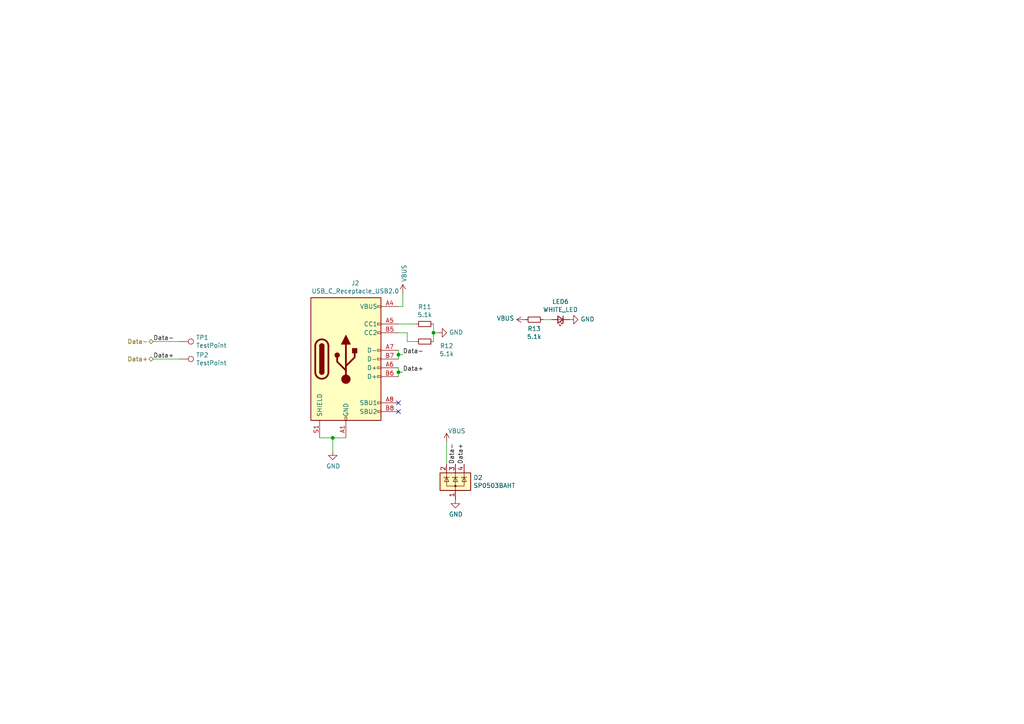
<source format=kicad_sch>
(kicad_sch (version 20231120) (generator "eeschema") (generator_version "8.0")
  (paper "A4")
  (lib_symbols
    (symbol "Connector:TestPoint" (pin_numbers hide) (pin_names (offset 0.762) hide)
      (property "Reference" "TP" (at 0 6.858 0))
      (property "Value" "TestPoint" (at 0 5.08 0))
      (symbol "TestPoint_0_1"
        (circle (center 0 3.302) (radius 0.762))
      )
      (symbol "TestPoint_1_1"
        (pin passive line (at 0 0 90) (length 2.54) (name "1") (number "1"))
      )
    )
    (symbol "Connector:USB_C_Receptacle_USB2.0" (pin_names (offset 1.016))
      (property "Reference" "J" (at -10.16 19.05 0))
      (property "Value" "USB_C_Receptacle_USB2.0" (at 19.05 19.05 0))
      (symbol "USB_C_Receptacle_USB2.0_0_0"
        (rectangle (start -0.254 -17.78) (end 0.254 -16.764))
        (rectangle (start 10.16 -14.986) (end 9.144 -15.494))
        (rectangle (start 10.16 -12.446) (end 9.144 -12.954))
        (rectangle (start 10.16 -4.826) (end 9.144 -5.334))
        (rectangle (start 10.16 -2.286) (end 9.144 -2.794))
        (rectangle (start 10.16 0.254) (end 9.144 -0.254))
        (rectangle (start 10.16 2.794) (end 9.144 2.286))
        (rectangle (start 10.16 7.874) (end 9.144 7.366))
        (rectangle (start 10.16 10.414) (end 9.144 9.906))
        (rectangle (start 10.16 15.494) (end 9.144 14.986))
      )
      (symbol "USB_C_Receptacle_USB2.0_0_1"
        (rectangle (start -10.16 17.78) (end 10.16 -17.78) (stroke (width 0.254)) (fill (type background)))
        (arc (start -8.89 -3.81) (mid -6.985 -5.7067) (end -5.08 -3.81) (stroke (width 0.508)))
        (arc (start -7.62 -3.81) (mid -6.985 -4.4423) (end -6.35 -3.81) (stroke (width 0.254)))
        (arc (start -7.62 -3.81) (mid -6.985 -4.4423) (end -6.35 -3.81) (stroke (width 0.254)) (fill (type outline)))
        (rectangle (start -7.62 -3.81) (end -6.35 3.81) (stroke (width 0.254)) (fill (type outline)))
        (arc (start -6.35 3.81) (mid -6.985 4.4423) (end -7.62 3.81) (stroke (width 0.254)))
        (arc (start -6.35 3.81) (mid -6.985 4.4423) (end -7.62 3.81) (stroke (width 0.254)) (fill (type outline)))
        (arc (start -5.08 3.81) (mid -6.985 5.7067) (end -8.89 3.81) (stroke (width 0.508)))
        (circle (center -2.54 1.143) (radius 0.635) (stroke (width 0.254)) (fill (type outline)))
        (circle (center 0 -5.842) (radius 1.27) (fill (type outline)))
        (polyline (pts (xy -8.89 -3.81) (xy -8.89 3.81)) (stroke (width 0.508)))
        (polyline (pts (xy -5.08 3.81) (xy -5.08 -3.81)) (stroke (width 0.508)))
        (polyline (pts (xy 0 -5.842) (xy 0 4.318)) (stroke (width 0.508)))
        (polyline (pts (xy 0 -3.302) (xy -2.54 -0.762) (xy -2.54 0.508)) (stroke (width 0.508)))
        (polyline (pts (xy 0 -2.032) (xy 2.54 0.508) (xy 2.54 1.778)) (stroke (width 0.508)))
        (polyline (pts (xy -1.27 4.318) (xy 0 6.858) (xy 1.27 4.318) (xy -1.27 4.318)) (stroke (width 0.254)) (fill (type outline)))
        (rectangle (start 1.905 1.778) (end 3.175 3.048) (stroke (width 0.254)) (fill (type outline)))
      )
      (symbol "USB_C_Receptacle_USB2.0_1_1"
        (pin passive line (at 0 -22.86 90) (length 5.08) (name "GND") (number "A1"))
        (pin passive line (at 0 -22.86 90) (length 5.08) hide (name "GND") (number "A12"))
        (pin passive line (at 15.24 15.24 180) (length 5.08) (name "VBUS") (number "A4"))
        (pin bidirectional line (at 15.24 10.16 180) (length 5.08) (name "CC1") (number "A5"))
        (pin bidirectional line (at 15.24 -2.54 180) (length 5.08) (name "D+") (number "A6"))
        (pin bidirectional line (at 15.24 2.54 180) (length 5.08) (name "D-") (number "A7"))
        (pin bidirectional line (at 15.24 -12.7 180) (length 5.08) (name "SBU1") (number "A8"))
        (pin passive line (at 15.24 15.24 180) (length 5.08) hide (name "VBUS") (number "A9"))
        (pin passive line (at 0 -22.86 90) (length 5.08) hide (name "GND") (number "B1"))
        (pin passive line (at 0 -22.86 90) (length 5.08) hide (name "GND") (number "B12"))
        (pin passive line (at 15.24 15.24 180) (length 5.08) hide (name "VBUS") (number "B4"))
        (pin bidirectional line (at 15.24 7.62 180) (length 5.08) (name "CC2") (number "B5"))
        (pin bidirectional line (at 15.24 -5.08 180) (length 5.08) (name "D+") (number "B6"))
        (pin bidirectional line (at 15.24 0 180) (length 5.08) (name "D-") (number "B7"))
        (pin bidirectional line (at 15.24 -15.24 180) (length 5.08) (name "SBU2") (number "B8"))
        (pin passive line (at 15.24 15.24 180) (length 5.08) hide (name "VBUS") (number "B9"))
        (pin passive line (at -7.62 -22.86 90) (length 5.08) (name "SHIELD") (number "S1"))
      )
    )
    (symbol "Device:LED_Small" (pin_numbers hide) (pin_names (offset 0.254) hide)
      (property "Reference" "D" (at -1.27 3.175 0))
      (property "Value" "LED_Small" (at -4.445 -2.54 0))
      (symbol "LED_Small_0_1"
        (polyline (pts (xy -0.762 -1.016) (xy -0.762 1.016)) (stroke (width 0.254)))
        (polyline (pts (xy 1.016 0) (xy -0.762 0)))
        (polyline (pts (xy 0.762 -1.016) (xy -0.762 0) (xy 0.762 1.016) (xy 0.762 -1.016)) (stroke (width 0.254)))
        (polyline (pts (xy 0 0.762) (xy -0.508 1.27) (xy -0.254 1.27) (xy -0.508 1.27) (xy -0.508 1.016)))
        (polyline (pts (xy 0.508 1.27) (xy 0 1.778) (xy 0.254 1.778) (xy 0 1.778) (xy 0 1.524)))
      )
      (symbol "LED_Small_1_1"
        (pin passive line (at -2.54 0 0) (length 1.778) (name "K") (number "1"))
        (pin passive line (at 2.54 0 180) (length 1.778) (name "A") (number "2"))
      )
    )
    (symbol "Device:R_Small" (pin_numbers hide) (pin_names (offset 0.254) hide)
      (property "Reference" "R" (at 0.762 0.508 0))
      (property "Value" "R_Small" (at 0.762 -1.016 0))
      (symbol "R_Small_0_1"
        (rectangle (start -0.762 1.778) (end 0.762 -1.778) (stroke (width 0.2032)))
      )
      (symbol "R_Small_1_1"
        (pin passive line (at 0 2.54 270) (length 0.762) (name "~") (number "1"))
        (pin passive line (at 0 -2.54 90) (length 0.762) (name "~") (number "2"))
      )
    )
    (symbol "Power_Protection:SP0503BAHT" (pin_names hide)
      (property "Reference" "D" (at 5.715 2.54 0))
      (property "Value" "SP0503BAHT" (at 5.715 0.635 0))
      (symbol "SP0503BAHT_0_0"
        (pin passive line (at 0 -5.08 90) (length 2.54) (name "A") (number "1"))
      )
      (symbol "SP0503BAHT_0_1"
        (rectangle (start -4.445 2.54) (end 4.445 -2.54) (stroke (width 0.254)) (fill (type background)))
        (circle (center 0 -1.27) (radius 0.254) (fill (type outline)))
        (polyline (pts (xy -2.54 2.54) (xy -2.54 1.27)))
        (polyline (pts (xy 0 -1.27) (xy 0 -2.54)))
        (polyline (pts (xy 0 -1.27) (xy 0 1.27)))
        (polyline (pts (xy 0 2.54) (xy 0 1.27)))
        (polyline (pts (xy 0.635 1.27) (xy 0.762 1.27)))
        (polyline (pts (xy 2.54 2.54) (xy 2.54 1.27)))
        (polyline (pts (xy 0.635 1.27) (xy -0.762 1.27) (xy -0.762 1.016)))
        (polyline (pts (xy -3.302 1.016) (xy -3.302 1.27) (xy -1.905 1.27) (xy -1.778 1.27)))
        (polyline (pts (xy -2.54 1.27) (xy -2.54 -1.27) (xy 2.54 -1.27) (xy 2.54 1.27)))
        (polyline (pts (xy -2.54 1.27) (xy -1.905 0) (xy -3.175 0) (xy -2.54 1.27)))
        (polyline (pts (xy 0.635 0) (xy -0.635 0) (xy 0 1.27) (xy 0.635 0)))
        (polyline (pts (xy 1.778 1.016) (xy 1.778 1.27) (xy 3.175 1.27) (xy 3.302 1.27)))
        (polyline (pts (xy 2.54 1.27) (xy 1.905 0) (xy 3.175 0) (xy 2.54 1.27)))
      )
      (symbol "SP0503BAHT_1_1"
        (pin passive line (at -2.54 5.08 270) (length 2.54) (name "K") (number "2"))
        (pin passive line (at 0 5.08 270) (length 2.54) (name "K") (number "3"))
        (pin passive line (at 2.54 5.08 270) (length 2.54) (name "K") (number "4"))
      )
    )
    (symbol "power:GND" (power) (pin_numbers hide) (pin_names (offset 0) hide)
      (property "Value" "GND" (at 0 -3.81 0))
      (symbol "GND_0_1"
        (polyline (pts (xy 0 0) (xy 0 -1.27) (xy 1.27 -1.27) (xy 0 -2.54) (xy -1.27 -1.27) (xy 0 -1.27)))
      )
      (symbol "GND_1_1"
        (pin power_in line (at 0 0 270) (length 0) (name "~") (number "1"))
      )
    )
    (symbol "power:VBUS" (power) (pin_numbers hide) (pin_names (offset 0) hide)
      (property "Value" "VBUS" (at 0 3.556 0))
      (symbol "VBUS_0_1"
        (polyline (pts (xy -0.762 1.27) (xy 0 2.54)))
        (polyline (pts (xy 0 0) (xy 0 2.54)))
        (polyline (pts (xy 0 2.54) (xy 0.762 1.27)))
      )
      (symbol "VBUS_1_1"
        (pin power_in line (at 0 0 90) (length 0) (name "~") (number "1"))
      )
    )
  )
  (junction (at 115.57 107.95))
  (junction (at 125.73 96.52))
  (junction (at 96.52 127))
  (junction (at 115.57 102.87))
  (no_connect (at 115.57 119.38))
  (no_connect (at 115.57 116.84))
  (wire (pts (xy 115.57 96.52) (xy 118.11 96.52)))
  (wire (pts (xy 44.45 104.14) (xy 52.07 104.14)))
  (wire (pts (xy 96.52 127) (xy 96.52 130.81)))
  (wire (pts (xy 115.57 107.95) (xy 115.57 109.22)))
  (wire (pts (xy 118.11 96.52) (xy 118.11 99.06)))
  (wire (pts (xy 160.02 92.71) (xy 157.48 92.71)))
  (wire (pts (xy 129.54 128.27) (xy 129.54 134.62)))
  (wire (pts (xy 115.57 102.87) (xy 115.57 101.6)))
  (wire (pts (xy 115.57 102.87) (xy 116.84 102.87)))
  (wire (pts (xy 116.84 85.09) (xy 116.84 88.9)))
  (wire (pts (xy 125.73 93.98) (xy 125.73 96.52)))
  (wire (pts (xy 92.71 127) (xy 96.52 127)))
  (wire (pts (xy 115.57 93.98) (xy 120.65 93.98)))
  (wire (pts (xy 125.73 99.06) (xy 125.73 96.52)))
  (wire (pts (xy 96.52 127) (xy 100.33 127)))
  (wire (pts (xy 125.73 96.52) (xy 127 96.52)))
  (wire (pts (xy 115.57 106.68) (xy 115.57 107.95)))
  (wire (pts (xy 115.57 104.14) (xy 115.57 102.87)))
  (wire (pts (xy 115.57 107.95) (xy 116.84 107.95)))
  (wire (pts (xy 116.84 88.9) (xy 115.57 88.9)))
  (wire (pts (xy 118.11 99.06) (xy 120.65 99.06)))
  (wire (pts (xy 44.45 99.06) (xy 52.07 99.06)))
  (label "Data+" (at 134.62 134.62 90))
  (label "Data+" (at 44.45 104.14 0))
  (label "Data-" (at 44.45 99.06 0))
  (label "Data-" (at 132.08 134.62 90))
  (label "Data-" (at 116.84 102.87 0))
  (label "Data+" (at 116.84 107.95 0))
  (hierarchical_label "Data-" (shape bidirectional) (at 44.45 99.06 180))
  (hierarchical_label "Data+" (shape bidirectional) (at 44.45 104.14 180))
  (symbol (lib_id "power:GND") (at 127 96.52 90) (unit 1)
    (property "Reference" "#PWR031" (effects (hide yes)))
    (property "Value" "GND" (at 130.2512 96.393 90) (effects (justify right)))
    (property "Description" "Power symbol creates a global label with name \"GND\" , ground" (effects (hide yes)))
  )
  (symbol (lib_id "Device:R_Small") (at 123.19 99.06 270) (unit 1)
    (property "Reference" "R12" (at 129.54 100.33 90))
    (property "Value" "5.1k" (at 129.54 102.6414 90))
    (property "Footprint" "Resistor_SMD:R_0402_1005Metric" (effects (hide yes)))
    (property "Description" "Resistor, small symbol" (effects (hide yes)))
  )
  (symbol (lib_id "Device:R_Small") (at 123.19 93.98 90) (unit 1)
    (property "Reference" "R11" (at 123.19 89.0016 90))
    (property "Value" "5.1k" (at 123.19 91.313 90))
    (property "Footprint" "Resistor_SMD:R_0402_1005Metric" (effects (hide yes)))
    (property "Description" "Resistor, small symbol" (effects (hide yes)))
  )
  (symbol (lib_id "power:GND") (at 96.52 130.81 0) (unit 1)
    (property "Reference" "#PWR029" (effects (hide yes)))
    (property "Value" "GND" (at 96.647 135.2042 0))
    (property "Description" "Power symbol creates a global label with name \"GND\" , ground" (effects (hide yes)))
  )
  (symbol (lib_id "Connector:USB_C_Receptacle_USB2.0") (at 100.33 104.14 0) (unit 1)
    (property "Reference" "J2" (at 103.0478 82.1182 0))
    (property "Value" "USB_C_Receptacle_USB2.0" (at 103.0478 84.4296 0))
    (property "Footprint" "Connector_USB:USB_C_Receptacle_Palconn_UTC16-G" (effects (hide yes)))
    (property "Datasheet" "https://www.usb.org/sites/default/files/documents/usb_type-c.zip" (effects (hide yes)))
  )
  (symbol (lib_id "power:GND") (at 132.08 144.78 0) (unit 1)
    (property "Reference" "#PWR032" (effects (hide yes)))
    (property "Value" "GND" (at 132.207 149.1742 0))
    (property "Description" "Power symbol creates a global label with name \"GND\" , ground" (effects (hide yes)))
  )
  (symbol (lib_id "Power_Protection:SP0503BAHT") (at 132.08 139.7 0) (unit 1)
    (property "Reference" "D2" (at 137.287 138.5316 0) (effects (justify left)))
    (property "Value" "SP0503BAHT" (at 137.287 140.843 0) (effects (justify left)))
    (property "Footprint" "Package_TO_SOT_SMD:SOT-143" (effects (hide yes)))
    (property "Datasheet" "http://www.littelfuse.com/~/media/files/littelfuse/technical%20resources/documents/data%20sheets/sp05xxba.pdf" (effects (hide yes)))
    (property "Description" "TVS Diode Array, 5.5V Standoff, 3 Channels, SOT-143 package" (effects (hide yes)))
  )
  (symbol (lib_id "power:VBUS") (at 116.84 85.09 0) (unit 1)
    (property "Reference" "#PWR030" (effects (hide yes)))
    (property "Value" "VBUS" (at 117.221 81.8388 90) (effects (justify left)))
    (property "Description" "Power symbol creates a global label with name \"VBUS\"" (effects (hide yes)))
  )
  (symbol (lib_id "Connector:TestPoint") (at 52.07 99.06 270) (unit 1)
    (property "Reference" "TP1" (at 56.8452 97.8916 90) (effects (justify left)))
    (property "Value" "TestPoint" (at 56.8452 100.203 90) (effects (justify left)))
    (property "Footprint" "TestPoint:TestPoint_Pad_D1.0mm" (effects (hide yes)))
    (property "Description" "test point" (effects (hide yes)))
  )
  (symbol (lib_id "Connector:TestPoint") (at 52.07 104.14 270) (unit 1)
    (property "Reference" "TP2" (at 56.8452 102.9716 90) (effects (justify left)))
    (property "Value" "TestPoint" (at 56.8452 105.283 90) (effects (justify left)))
    (property "Footprint" "TestPoint:TestPoint_Pad_D1.0mm" (effects (hide yes)))
    (property "Description" "test point" (effects (hide yes)))
  )
  (symbol (lib_id "Device:LED_Small") (at 162.56 92.71 180) (unit 1)
    (property "Reference" "LED6" (at 162.56 87.503 0))
    (property "Value" "WHITE_LED" (at 162.56 89.8144 0))
    (property "Footprint" "LED_SMD:LED_0402_1005Metric" (effects (hide yes)))
    (property "Description" "Light emitting diode, small symbol" (effects (hide yes)))
  )
  (symbol (lib_id "Device:R_Small") (at 154.94 92.71 90) (unit 1)
    (property "Reference" "R13" (at 154.94 95.3516 90))
    (property "Value" "5.1k" (at 154.94 97.663 90))
    (property "Footprint" "Resistor_SMD:R_0402_1005Metric" (effects (hide yes)))
    (property "Description" "Resistor, small symbol" (effects (hide yes)))
  )
  (symbol (lib_id "power:GND") (at 165.1 92.71 90) (unit 1)
    (property "Reference" "#PWR034" (effects (hide yes)))
    (property "Value" "GND" (at 168.3512 92.583 90) (effects (justify right)))
    (property "Description" "Power symbol creates a global label with name \"GND\" , ground" (effects (hide yes)))
  )
  (symbol (lib_id "power:VBUS") (at 152.4 92.71 90) (unit 1)
    (property "Reference" "#PWR033" (effects (hide yes)))
    (property "Value" "VBUS" (at 149.1488 92.329 90) (effects (justify left)))
    (property "Description" "Power symbol creates a global label with name \"VBUS\"" (effects (hide yes)))
  )
  (symbol (lib_id "power:VBUS") (at 129.54 128.27 0) (unit 1)
    (property "Reference" "#PWR09" (effects (hide yes)))
    (property "Value" "VBUS" (at 129.921 125.0188 0) (effects (justify left)))
    (property "Description" "Power symbol creates a global label with name \"VBUS\"" (effects (hide yes)))
  )
)
</source>
